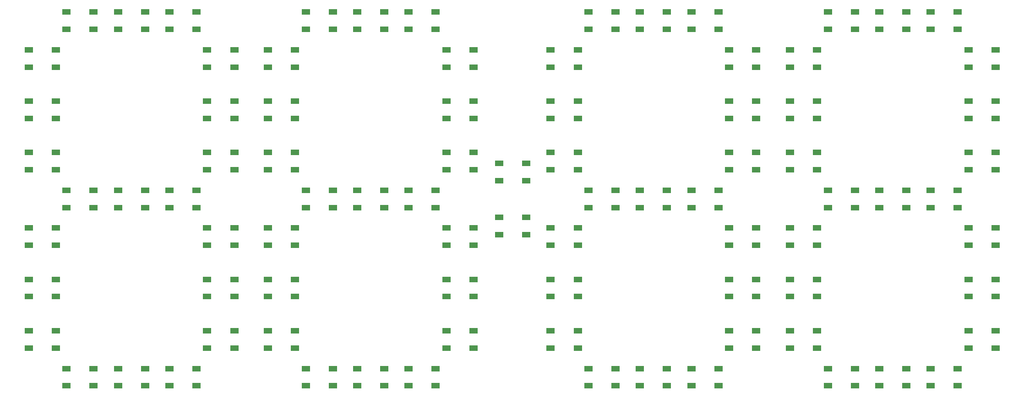
<source format=gbr>
G04 #@! TF.GenerationSoftware,KiCad,Pcbnew,(5.0.0)*
G04 #@! TF.CreationDate,2020-11-20T22:11:44-05:00*
G04 #@! TF.ProjectId,WS2812B Mini Clock,57533238313242204D696E6920436C6F,rev?*
G04 #@! TF.SameCoordinates,Original*
G04 #@! TF.FileFunction,Paste,Top*
G04 #@! TF.FilePolarity,Positive*
%FSLAX46Y46*%
G04 Gerber Fmt 4.6, Leading zero omitted, Abs format (unit mm)*
G04 Created by KiCad (PCBNEW (5.0.0)) date 11/20/20 22:11:44*
%MOMM*%
%LPD*%
G01*
G04 APERTURE LIST*
%ADD10R,1.600000X1.000000*%
G04 APERTURE END LIST*
D10*
G04 #@! TO.C,U71*
X191500000Y-85650000D03*
X191500000Y-88850000D03*
X196500000Y-85650000D03*
X196500000Y-88850000D03*
G04 #@! TD*
G04 #@! TO.C,U54*
X147250000Y-85650000D03*
X147250000Y-88850000D03*
X152250000Y-85650000D03*
X152250000Y-88850000D03*
G04 #@! TD*
G04 #@! TO.C,U58*
X147250000Y-109150000D03*
X147250000Y-112350000D03*
X152250000Y-109150000D03*
X152250000Y-112350000D03*
G04 #@! TD*
G04 #@! TO.C,U49*
X147250000Y-95150000D03*
X147250000Y-98350000D03*
X152250000Y-95150000D03*
X152250000Y-98350000D03*
G04 #@! TD*
G04 #@! TO.C,U59*
X147250000Y-76150000D03*
X147250000Y-79350000D03*
X152250000Y-76150000D03*
X152250000Y-79350000D03*
G04 #@! TD*
G04 #@! TO.C,U53*
X147250000Y-118650000D03*
X147250000Y-121850000D03*
X152250000Y-118650000D03*
X152250000Y-121850000D03*
G04 #@! TD*
G04 #@! TO.C,U89*
X217500000Y-102150000D03*
X217500000Y-105350000D03*
X222500000Y-102150000D03*
X222500000Y-105350000D03*
G04 #@! TD*
G04 #@! TO.C,U80*
X217500000Y-135150000D03*
X217500000Y-138350000D03*
X222500000Y-135150000D03*
X222500000Y-138350000D03*
G04 #@! TD*
G04 #@! TO.C,U86*
X224500000Y-95150000D03*
X224500000Y-98350000D03*
X229500000Y-95150000D03*
X229500000Y-98350000D03*
G04 #@! TD*
G04 #@! TO.C,U67*
X198500000Y-69150000D03*
X198500000Y-72350000D03*
X203500000Y-69150000D03*
X203500000Y-72350000D03*
G04 #@! TD*
G04 #@! TO.C,U82*
X224500000Y-85650000D03*
X224500000Y-88850000D03*
X229500000Y-85650000D03*
X229500000Y-88850000D03*
G04 #@! TD*
G04 #@! TO.C,U72*
X208000000Y-69150000D03*
X208000000Y-72350000D03*
X213000000Y-69150000D03*
X213000000Y-72350000D03*
G04 #@! TD*
G04 #@! TO.C,U87*
X224500000Y-128150000D03*
X224500000Y-131350000D03*
X229500000Y-128150000D03*
X229500000Y-131350000D03*
G04 #@! TD*
G04 #@! TO.C,U83*
X224500000Y-118650000D03*
X224500000Y-121850000D03*
X229500000Y-118650000D03*
X229500000Y-121850000D03*
G04 #@! TD*
G04 #@! TO.C,U79*
X224500000Y-109150000D03*
X224500000Y-112350000D03*
X229500000Y-109150000D03*
X229500000Y-112350000D03*
G04 #@! TD*
G04 #@! TO.C,U66*
X191500000Y-95150000D03*
X191500000Y-98350000D03*
X196500000Y-95150000D03*
X196500000Y-98350000D03*
G04 #@! TD*
G04 #@! TO.C,U76*
X191500000Y-76150000D03*
X191500000Y-79350000D03*
X196500000Y-76150000D03*
X196500000Y-79350000D03*
G04 #@! TD*
G04 #@! TO.C,U85*
X208000000Y-102150000D03*
X208000000Y-105350000D03*
X213000000Y-102150000D03*
X213000000Y-105350000D03*
G04 #@! TD*
G04 #@! TO.C,U81*
X198500000Y-102150000D03*
X198500000Y-105350000D03*
X203500000Y-102150000D03*
X203500000Y-105350000D03*
G04 #@! TD*
G04 #@! TO.C,U88*
X198500000Y-135150000D03*
X198500000Y-138350000D03*
X203500000Y-135150000D03*
X203500000Y-138350000D03*
G04 #@! TD*
G04 #@! TO.C,U78*
X224500000Y-76150000D03*
X224500000Y-79350000D03*
X229500000Y-76150000D03*
X229500000Y-79350000D03*
G04 #@! TD*
G04 #@! TO.C,U75*
X191500000Y-109150000D03*
X191500000Y-112350000D03*
X196500000Y-109150000D03*
X196500000Y-112350000D03*
G04 #@! TD*
G04 #@! TO.C,U77*
X217500000Y-69150000D03*
X217500000Y-72350000D03*
X222500000Y-69150000D03*
X222500000Y-72350000D03*
G04 #@! TD*
G04 #@! TO.C,U84*
X208000000Y-135150000D03*
X208000000Y-138350000D03*
X213000000Y-135150000D03*
X213000000Y-138350000D03*
G04 #@! TD*
G04 #@! TO.C,U50*
X154250000Y-69150000D03*
X154250000Y-72350000D03*
X159250000Y-69150000D03*
X159250000Y-72350000D03*
G04 #@! TD*
G04 #@! TO.C,U73*
X154250000Y-135150000D03*
X154250000Y-138350000D03*
X159250000Y-135150000D03*
X159250000Y-138350000D03*
G04 #@! TD*
G04 #@! TO.C,U56*
X180250000Y-85650000D03*
X180250000Y-88850000D03*
X185250000Y-85650000D03*
X185250000Y-88850000D03*
G04 #@! TD*
G04 #@! TO.C,U65*
X191500000Y-128150000D03*
X191500000Y-131350000D03*
X196500000Y-128150000D03*
X196500000Y-131350000D03*
G04 #@! TD*
G04 #@! TO.C,U57*
X180250000Y-118650000D03*
X180250000Y-121850000D03*
X185250000Y-118650000D03*
X185250000Y-121850000D03*
G04 #@! TD*
G04 #@! TO.C,U55*
X163750000Y-69150000D03*
X163750000Y-72350000D03*
X168750000Y-69150000D03*
X168750000Y-72350000D03*
G04 #@! TD*
G04 #@! TO.C,U62*
X180250000Y-128150000D03*
X180250000Y-131350000D03*
X185250000Y-128150000D03*
X185250000Y-131350000D03*
G04 #@! TD*
G04 #@! TO.C,U48*
X147250000Y-128150000D03*
X147250000Y-131350000D03*
X152250000Y-128150000D03*
X152250000Y-131350000D03*
G04 #@! TD*
G04 #@! TO.C,U51*
X180250000Y-76150000D03*
X180250000Y-79350000D03*
X185250000Y-76150000D03*
X185250000Y-79350000D03*
G04 #@! TD*
G04 #@! TO.C,U64*
X154250000Y-102150000D03*
X154250000Y-105350000D03*
X159250000Y-102150000D03*
X159250000Y-105350000D03*
G04 #@! TD*
G04 #@! TO.C,U70*
X191500000Y-118650000D03*
X191500000Y-121850000D03*
X196500000Y-118650000D03*
X196500000Y-121850000D03*
G04 #@! TD*
G04 #@! TO.C,U63*
X173250000Y-135150000D03*
X173250000Y-138350000D03*
X178250000Y-135150000D03*
X178250000Y-138350000D03*
G04 #@! TD*
G04 #@! TO.C,U74*
X173250000Y-102150000D03*
X173250000Y-105350000D03*
X178250000Y-102150000D03*
X178250000Y-105350000D03*
G04 #@! TD*
G04 #@! TO.C,U68*
X163750000Y-135150000D03*
X163750000Y-138350000D03*
X168750000Y-135150000D03*
X168750000Y-138350000D03*
G04 #@! TD*
G04 #@! TO.C,U52*
X180250000Y-109150000D03*
X180250000Y-112350000D03*
X185250000Y-109150000D03*
X185250000Y-112350000D03*
G04 #@! TD*
G04 #@! TO.C,U61*
X180250000Y-95150000D03*
X180250000Y-98350000D03*
X185250000Y-95150000D03*
X185250000Y-98350000D03*
G04 #@! TD*
G04 #@! TO.C,U60*
X173250000Y-69150000D03*
X173250000Y-72350000D03*
X178250000Y-69150000D03*
X178250000Y-72350000D03*
G04 #@! TD*
G04 #@! TO.C,U69*
X163750000Y-102150000D03*
X163750000Y-105350000D03*
X168750000Y-102150000D03*
X168750000Y-105350000D03*
G04 #@! TD*
G04 #@! TO.C,U6*
X50750000Y-76150000D03*
X50750000Y-79350000D03*
X55750000Y-76150000D03*
X55750000Y-79350000D03*
G04 #@! TD*
G04 #@! TO.C,U3*
X50750000Y-109150000D03*
X50750000Y-112350000D03*
X55750000Y-109150000D03*
X55750000Y-112350000D03*
G04 #@! TD*
G04 #@! TO.C,U4*
X50750000Y-95150000D03*
X50750000Y-98350000D03*
X55750000Y-95150000D03*
X55750000Y-98350000D03*
G04 #@! TD*
G04 #@! TO.C,U5*
X50750000Y-85650000D03*
X50750000Y-88850000D03*
X55750000Y-85650000D03*
X55750000Y-88850000D03*
G04 #@! TD*
G04 #@! TO.C,U2*
X50750000Y-118650000D03*
X50750000Y-121850000D03*
X55750000Y-118650000D03*
X55750000Y-121850000D03*
G04 #@! TD*
G04 #@! TO.C,U1*
X50750000Y-128150000D03*
X50750000Y-131350000D03*
X55750000Y-128150000D03*
X55750000Y-131350000D03*
G04 #@! TD*
G04 #@! TO.C,U7*
X57750000Y-69150000D03*
X57750000Y-72350000D03*
X62750000Y-69150000D03*
X62750000Y-72350000D03*
G04 #@! TD*
G04 #@! TO.C,U8*
X67250000Y-69150000D03*
X67250000Y-72350000D03*
X72250000Y-69150000D03*
X72250000Y-72350000D03*
G04 #@! TD*
G04 #@! TO.C,U9*
X76750000Y-69150000D03*
X76750000Y-72350000D03*
X81750000Y-69150000D03*
X81750000Y-72350000D03*
G04 #@! TD*
G04 #@! TO.C,U10*
X83750000Y-76150000D03*
X83750000Y-79350000D03*
X88750000Y-76150000D03*
X88750000Y-79350000D03*
G04 #@! TD*
G04 #@! TO.C,U11*
X83750000Y-85650000D03*
X83750000Y-88850000D03*
X88750000Y-85650000D03*
X88750000Y-88850000D03*
G04 #@! TD*
G04 #@! TO.C,U12*
X83750000Y-95150000D03*
X83750000Y-98350000D03*
X88750000Y-95150000D03*
X88750000Y-98350000D03*
G04 #@! TD*
G04 #@! TO.C,U13*
X83750000Y-109150000D03*
X83750000Y-112350000D03*
X88750000Y-109150000D03*
X88750000Y-112350000D03*
G04 #@! TD*
G04 #@! TO.C,U14*
X83750000Y-118650000D03*
X83750000Y-121850000D03*
X88750000Y-118650000D03*
X88750000Y-121850000D03*
G04 #@! TD*
G04 #@! TO.C,U15*
X83750000Y-128150000D03*
X83750000Y-131350000D03*
X88750000Y-128150000D03*
X88750000Y-131350000D03*
G04 #@! TD*
G04 #@! TO.C,U16*
X76750000Y-135150000D03*
X76750000Y-138350000D03*
X81750000Y-135150000D03*
X81750000Y-138350000D03*
G04 #@! TD*
G04 #@! TO.C,U17*
X67250000Y-135150000D03*
X67250000Y-138350000D03*
X72250000Y-135150000D03*
X72250000Y-138350000D03*
G04 #@! TD*
G04 #@! TO.C,U18*
X57750000Y-135150000D03*
X57750000Y-138350000D03*
X62750000Y-135150000D03*
X62750000Y-138350000D03*
G04 #@! TD*
G04 #@! TO.C,U19*
X57750000Y-102150000D03*
X57750000Y-105350000D03*
X62750000Y-102150000D03*
X62750000Y-105350000D03*
G04 #@! TD*
G04 #@! TO.C,U20*
X67250000Y-102150000D03*
X67250000Y-105350000D03*
X72250000Y-102150000D03*
X72250000Y-105350000D03*
G04 #@! TD*
G04 #@! TO.C,U21*
X76750000Y-102150000D03*
X76750000Y-105350000D03*
X81750000Y-102150000D03*
X81750000Y-105350000D03*
G04 #@! TD*
G04 #@! TO.C,U22*
X95000000Y-128150000D03*
X95000000Y-131350000D03*
X100000000Y-128150000D03*
X100000000Y-131350000D03*
G04 #@! TD*
G04 #@! TO.C,U23*
X95000000Y-118650000D03*
X95000000Y-121850000D03*
X100000000Y-118650000D03*
X100000000Y-121850000D03*
G04 #@! TD*
G04 #@! TO.C,U27*
X95000000Y-109150000D03*
X95000000Y-112350000D03*
X100000000Y-109150000D03*
X100000000Y-112350000D03*
G04 #@! TD*
G04 #@! TO.C,U28*
X95000000Y-95150000D03*
X95000000Y-98350000D03*
X100000000Y-95150000D03*
X100000000Y-98350000D03*
G04 #@! TD*
G04 #@! TO.C,U29*
X95000000Y-85650000D03*
X95000000Y-88850000D03*
X100000000Y-85650000D03*
X100000000Y-88850000D03*
G04 #@! TD*
G04 #@! TO.C,U30*
X95000000Y-76150000D03*
X95000000Y-79350000D03*
X100000000Y-76150000D03*
X100000000Y-79350000D03*
G04 #@! TD*
G04 #@! TO.C,U31*
X102000000Y-69150000D03*
X102000000Y-72350000D03*
X107000000Y-69150000D03*
X107000000Y-72350000D03*
G04 #@! TD*
G04 #@! TO.C,U32*
X111500000Y-69150000D03*
X111500000Y-72350000D03*
X116500000Y-69150000D03*
X116500000Y-72350000D03*
G04 #@! TD*
G04 #@! TO.C,U33*
X121000000Y-69150000D03*
X121000000Y-72350000D03*
X126000000Y-69150000D03*
X126000000Y-72350000D03*
G04 #@! TD*
G04 #@! TO.C,U34*
X128000000Y-76150000D03*
X128000000Y-79350000D03*
X133000000Y-76150000D03*
X133000000Y-79350000D03*
G04 #@! TD*
G04 #@! TO.C,U35*
X128000000Y-85650000D03*
X128000000Y-88850000D03*
X133000000Y-85650000D03*
X133000000Y-88850000D03*
G04 #@! TD*
G04 #@! TO.C,U36*
X128000000Y-95150000D03*
X128000000Y-98350000D03*
X133000000Y-95150000D03*
X133000000Y-98350000D03*
G04 #@! TD*
G04 #@! TO.C,U37*
X128000000Y-109150000D03*
X128000000Y-112350000D03*
X133000000Y-109150000D03*
X133000000Y-112350000D03*
G04 #@! TD*
G04 #@! TO.C,U38*
X128000000Y-118650000D03*
X128000000Y-121850000D03*
X133000000Y-118650000D03*
X133000000Y-121850000D03*
G04 #@! TD*
G04 #@! TO.C,U39*
X128000000Y-128150000D03*
X128000000Y-131350000D03*
X133000000Y-128150000D03*
X133000000Y-131350000D03*
G04 #@! TD*
G04 #@! TO.C,U40*
X121000000Y-135150000D03*
X121000000Y-138350000D03*
X126000000Y-135150000D03*
X126000000Y-138350000D03*
G04 #@! TD*
G04 #@! TO.C,U41*
X111500000Y-135150000D03*
X111500000Y-138350000D03*
X116500000Y-135150000D03*
X116500000Y-138350000D03*
G04 #@! TD*
G04 #@! TO.C,U42*
X102000000Y-135150000D03*
X102000000Y-138350000D03*
X107000000Y-135150000D03*
X107000000Y-138350000D03*
G04 #@! TD*
G04 #@! TO.C,U43*
X102000000Y-102150000D03*
X102000000Y-105350000D03*
X107000000Y-102150000D03*
X107000000Y-105350000D03*
G04 #@! TD*
G04 #@! TO.C,U44*
X111500000Y-102150000D03*
X111500000Y-105350000D03*
X116500000Y-102150000D03*
X116500000Y-105350000D03*
G04 #@! TD*
G04 #@! TO.C,U45*
X121000000Y-102150000D03*
X121000000Y-105350000D03*
X126000000Y-102150000D03*
X126000000Y-105350000D03*
G04 #@! TD*
G04 #@! TO.C,U46*
X137750000Y-97150000D03*
X137750000Y-100350000D03*
X142750000Y-97150000D03*
X142750000Y-100350000D03*
G04 #@! TD*
G04 #@! TO.C,U47*
X137750000Y-107150000D03*
X137750000Y-110350000D03*
X142750000Y-107150000D03*
X142750000Y-110350000D03*
G04 #@! TD*
M02*

</source>
